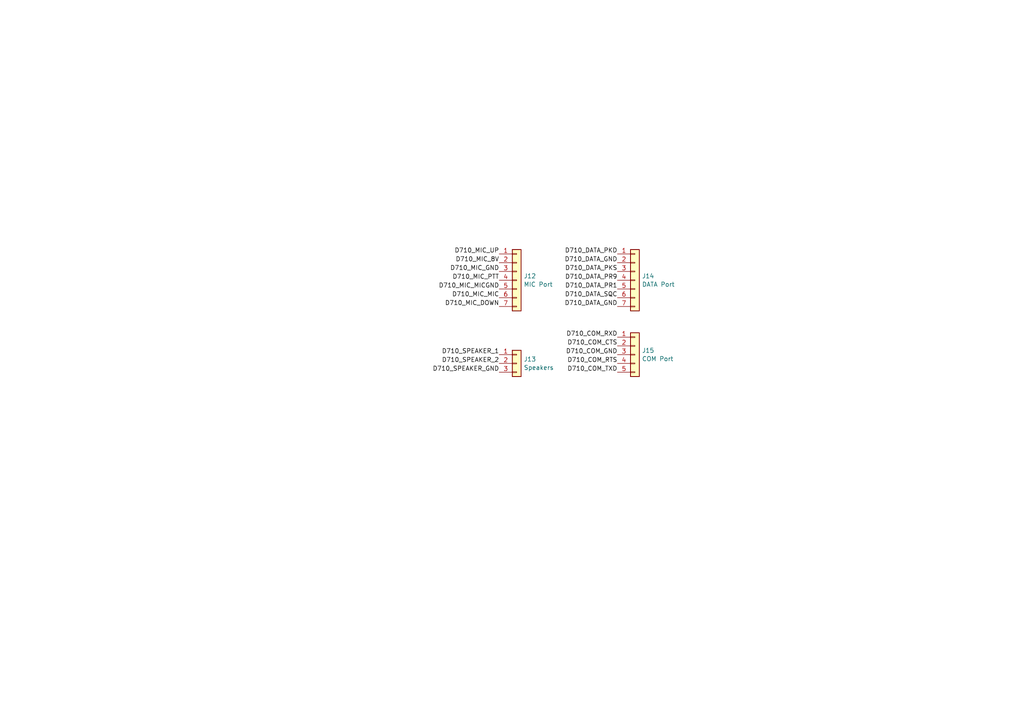
<source format=kicad_sch>
(kicad_sch (version 20250114) (generator "eeschema") (generator_version "9.0")
  (paper "A4")
  (lib_symbols
    (symbol "Connector_Generic:Conn_01x03" (pin_names (offset 1.016) (hide yes))
      (property "Reference" "J" (at 0 5.08 0))
      (property "Value" "Conn_01x03" (at 0 -5.08 0))
      (symbol "Conn_01x03_1_1"
        (rectangle (start -1.27 3.81) (end 1.27 -3.81) (stroke (width 0.254)) (fill (type background)))
        (rectangle (start -1.27 2.667) (end 0 2.413) (stroke (width 0.1524)))
        (rectangle (start -1.27 0.127) (end 0 -0.127) (stroke (width 0.1524)))
        (rectangle (start -1.27 -2.413) (end 0 -2.667) (stroke (width 0.1524)))
        (pin passive line (at -5.08 2.54 0) (length 3.81) (name "Pin_1") (number "1"))
        (pin passive line (at -5.08 0 0) (length 3.81) (name "Pin_2") (number "2"))
        (pin passive line (at -5.08 -2.54 0) (length 3.81) (name "Pin_3") (number "3"))
      )
    )
    (symbol "Connector_Generic:Conn_01x05" (pin_names (offset 1.016) (hide yes))
      (property "Reference" "J" (at 0 7.62 0))
      (property "Value" "Conn_01x05" (at 0 -7.62 0))
      (symbol "Conn_01x05_1_1"
        (rectangle (start -1.27 6.35) (end 1.27 -6.35) (stroke (width 0.254)) (fill (type background)))
        (rectangle (start -1.27 5.207) (end 0 4.953) (stroke (width 0.1524)))
        (rectangle (start -1.27 2.667) (end 0 2.413) (stroke (width 0.1524)))
        (rectangle (start -1.27 0.127) (end 0 -0.127) (stroke (width 0.1524)))
        (rectangle (start -1.27 -2.413) (end 0 -2.667) (stroke (width 0.1524)))
        (rectangle (start -1.27 -4.953) (end 0 -5.207) (stroke (width 0.1524)))
        (pin passive line (at -5.08 5.08 0) (length 3.81) (name "Pin_1") (number "1"))
        (pin passive line (at -5.08 2.54 0) (length 3.81) (name "Pin_2") (number "2"))
        (pin passive line (at -5.08 0 0) (length 3.81) (name "Pin_3") (number "3"))
        (pin passive line (at -5.08 -2.54 0) (length 3.81) (name "Pin_4") (number "4"))
        (pin passive line (at -5.08 -5.08 0) (length 3.81) (name "Pin_5") (number "5"))
      )
    )
    (symbol "Connector_Generic:Conn_01x07" (pin_names (offset 1.016) (hide yes))
      (property "Reference" "J" (at 0 10.16 0))
      (property "Value" "Conn_01x07" (at 0 -10.16 0))
      (symbol "Conn_01x07_1_1"
        (rectangle (start -1.27 8.89) (end 1.27 -8.89) (stroke (width 0.254)) (fill (type background)))
        (rectangle (start -1.27 7.747) (end 0 7.493) (stroke (width 0.1524)))
        (rectangle (start -1.27 5.207) (end 0 4.953) (stroke (width 0.1524)))
        (rectangle (start -1.27 2.667) (end 0 2.413) (stroke (width 0.1524)))
        (rectangle (start -1.27 0.127) (end 0 -0.127) (stroke (width 0.1524)))
        (rectangle (start -1.27 -2.413) (end 0 -2.667) (stroke (width 0.1524)))
        (rectangle (start -1.27 -4.953) (end 0 -5.207) (stroke (width 0.1524)))
        (rectangle (start -1.27 -7.493) (end 0 -7.747) (stroke (width 0.1524)))
        (pin passive line (at -5.08 7.62 0) (length 3.81) (name "Pin_1") (number "1"))
        (pin passive line (at -5.08 5.08 0) (length 3.81) (name "Pin_2") (number "2"))
        (pin passive line (at -5.08 2.54 0) (length 3.81) (name "Pin_3") (number "3"))
        (pin passive line (at -5.08 0 0) (length 3.81) (name "Pin_4") (number "4"))
        (pin passive line (at -5.08 -2.54 0) (length 3.81) (name "Pin_5") (number "5"))
        (pin passive line (at -5.08 -5.08 0) (length 3.81) (name "Pin_6") (number "6"))
        (pin passive line (at -5.08 -7.62 0) (length 3.81) (name "Pin_7") (number "7"))
      )
    )
  )
  (label "D710_DATA_PR1" (at 179.07 83.82 180))
  (label "D710_MIC_DOWN" (at 144.78 88.9 180))
  (label "D710_COM_TXD" (at 179.07 107.95 180))
  (label "D710_MIC_UP" (at 144.78 73.66 180))
  (label "D710_DATA_PKD" (at 179.07 73.66 180))
  (label "D710_MIC_GND" (at 144.78 78.74 180))
  (label "D710_COM_CTS" (at 179.07 100.33 180))
  (label "D710_DATA_PR9" (at 179.07 81.28 180))
  (label "D710_COM_RXD" (at 179.07 97.79 180))
  (label "D710_COM_RTS" (at 179.07 105.41 180))
  (label "D710_COM_GND" (at 179.07 102.87 180))
  (label "D710_MIC_PTT" (at 144.78 81.28 180))
  (label "D710_DATA_GND" (at 179.07 76.2 180))
  (label "D710_SPEAKER_2" (at 144.78 105.41 180))
  (label "D710_DATA_PKS" (at 179.07 78.74 180))
  (label "D710_DATA_GND" (at 179.07 88.9 180))
  (label "D710_MIC_MICGND" (at 144.78 83.82 180))
  (label "D710_MIC_8V" (at 144.78 76.2 180))
  (label "D710_SPEAKER_1" (at 144.78 102.87 180))
  (label "D710_MIC_MIC" (at 144.78 86.36 180))
  (label "D710_DATA_SQC" (at 179.07 86.36 180))
  (label "D710_SPEAKER_GND" (at 144.78 107.95 180))
  (symbol (lib_id "Connector_Generic:Conn_01x07") (at 149.86 81.28 0) (unit 1)
    (property "Reference" "J12" (at 151.892 80.0678 0) (effects (justify left)))
    (property "Value" "MIC Port" (at 151.892 82.4921 0) (effects (justify left)))
    (property "Description" "Generic connector, single row, 01x07, script generated (kicad-library-utils/schlib/autogen/connector/)" (effects (hide yes)))
  )
  (symbol (lib_id "Connector_Generic:Conn_01x03") (at 149.86 105.41 0) (unit 1)
    (property "Reference" "J13" (at 151.892 104.1978 0) (effects (justify left)))
    (property "Value" "Speakers" (at 151.892 106.6221 0) (effects (justify left)))
    (property "Description" "Generic connector, single row, 01x03, script generated (kicad-library-utils/schlib/autogen/connector/)" (effects (hide yes)))
  )
  (symbol (lib_id "Connector_Generic:Conn_01x05") (at 184.15 102.87 0) (unit 1)
    (property "Reference" "J15" (at 186.182 101.6578 0) (effects (justify left)))
    (property "Value" "COM Port" (at 186.182 104.0821 0) (effects (justify left)))
    (property "Description" "Generic connector, single row, 01x05, script generated (kicad-library-utils/schlib/autogen/connector/)" (effects (hide yes)))
  )
  (symbol (lib_id "Connector_Generic:Conn_01x07") (at 184.15 81.28 0) (unit 1)
    (property "Reference" "J14" (at 186.182 80.0678 0) (effects (justify left)))
    (property "Value" "DATA Port" (at 186.182 82.4921 0) (effects (justify left)))
    (property "Description" "Generic connector, single row, 01x07, script generated (kicad-library-utils/schlib/autogen/connector/)" (effects (hide yes)))
  )
)
</source>
